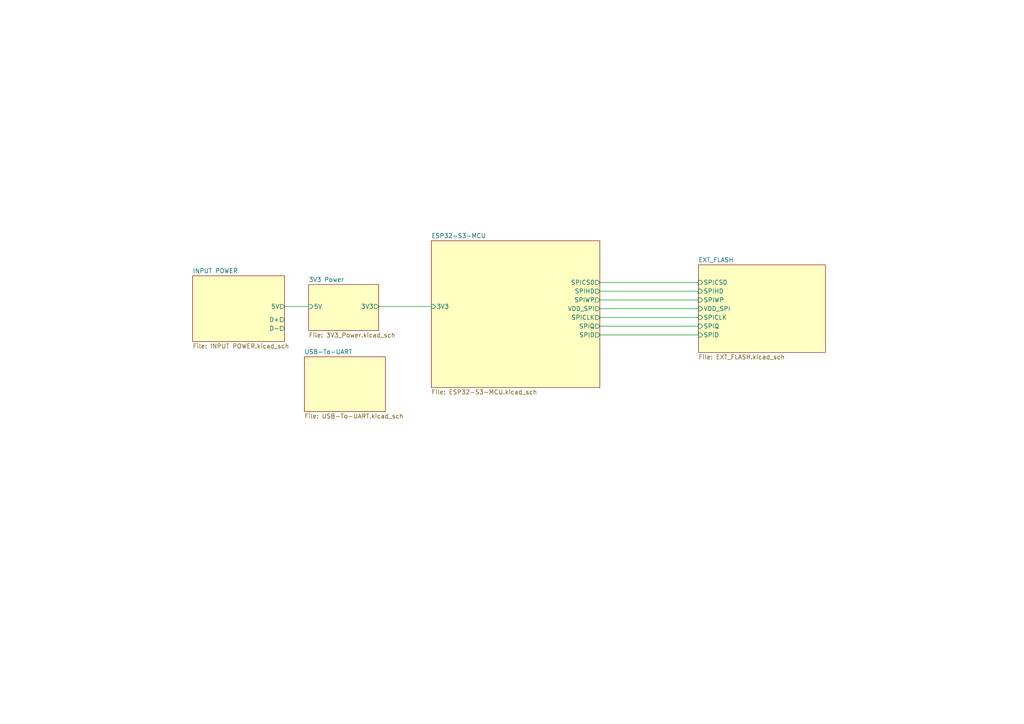
<source format=kicad_sch>
(kicad_sch (version 20230121) (generator eeschema)

  (uuid b7fc4bd3-c219-4455-832b-8d795385dcf1)

  (paper "A4")

  (lib_symbols
  )


  (wire (pts (xy 173.99 97.155) (xy 202.565 97.155))
    (stroke (width 0) (type default))
    (uuid 0ac66eb5-cc97-4bef-b398-2164a7e78e8a)
  )
  (wire (pts (xy 173.99 92.075) (xy 202.565 92.075))
    (stroke (width 0) (type default))
    (uuid 10d1058a-3755-4b42-831c-ad1b2cfb16d9)
  )
  (wire (pts (xy 173.99 94.615) (xy 202.565 94.615))
    (stroke (width 0) (type default))
    (uuid 4129a101-53fe-47f5-bd4e-1ae3635d959d)
  )
  (wire (pts (xy 173.99 86.995) (xy 202.565 86.995))
    (stroke (width 0) (type default))
    (uuid 6b951d6b-0f36-4fb3-9b14-cc2f6ac4494b)
  )
  (wire (pts (xy 173.99 89.535) (xy 202.565 89.535))
    (stroke (width 0) (type default))
    (uuid 7dc87896-482c-40cf-8576-c70b9c7b4f49)
  )
  (wire (pts (xy 173.99 84.455) (xy 202.565 84.455))
    (stroke (width 0) (type default))
    (uuid 8973a601-6c37-4326-8667-44dc7a4ec971)
  )
  (wire (pts (xy 82.55 88.9) (xy 89.535 88.9))
    (stroke (width 0) (type default))
    (uuid 8e3db5d9-c9c1-4c51-b9cc-2e6ce4377693)
  )
  (wire (pts (xy 173.99 81.915) (xy 202.565 81.915))
    (stroke (width 0) (type default))
    (uuid ac2dfdaf-8436-4bfe-9a41-a5955fc82b31)
  )
  (wire (pts (xy 109.855 88.9) (xy 125.095 88.9))
    (stroke (width 0) (type default))
    (uuid b80dee20-c4c2-419e-836e-4d616574e5ee)
  )

  (sheet (at 202.565 76.835) (size 36.83 25.4) (fields_autoplaced)
    (stroke (width 0.1524) (type solid))
    (fill (color 255 255 194 1.0000))
    (uuid 4fcab1f4-10cc-47e3-9bc8-be24b657a388)
    (property "Sheetname" "EXT_FLASH" (at 202.565 76.1234 0)
      (effects (font (size 1.27 1.27)) (justify left bottom))
    )
    (property "Sheetfile" "EXT_FLASH.kicad_sch" (at 202.565 102.8196 0)
      (effects (font (size 1.27 1.27)) (justify left top))
    )
    (pin "SPIHD" input (at 202.565 84.455 180)
      (effects (font (size 1.27 1.27)) (justify left))
      (uuid bdd39aa9-815a-44e9-b900-1f1b88c864ac)
    )
    (pin "SPIWP" input (at 202.565 86.995 180)
      (effects (font (size 1.27 1.27)) (justify left))
      (uuid 8756b69f-992f-4e6c-8e86-b07ac2825103)
    )
    (pin "VDD_SPI" input (at 202.565 89.535 180)
      (effects (font (size 1.27 1.27)) (justify left))
      (uuid fcef6166-6a0a-479d-be92-870628ea8302)
    )
    (pin "SPIQ" input (at 202.565 94.615 180)
      (effects (font (size 1.27 1.27)) (justify left))
      (uuid ed3e302f-cd0a-4821-9dbd-b2ca40d42459)
    )
    (pin "SPICLK" input (at 202.565 92.075 180)
      (effects (font (size 1.27 1.27)) (justify left))
      (uuid 3c986c88-7675-4947-8efd-e02b28127a17)
    )
    (pin "SPICS0" input (at 202.565 81.915 180)
      (effects (font (size 1.27 1.27)) (justify left))
      (uuid 6c2f6e4d-b9cf-4c00-ba00-98cee959ce89)
    )
    (pin "SPID" input (at 202.565 97.155 180)
      (effects (font (size 1.27 1.27)) (justify left))
      (uuid da2d5ba5-e88e-4e6b-8268-36e83e95dd8a)
    )
    (instances
      (project "ESP32-S3_DB"
        (path "/b7fc4bd3-c219-4455-832b-8d795385dcf1" (page "2"))
      )
    )
  )

  (sheet (at 55.88 80.01) (size 26.67 19.05) (fields_autoplaced)
    (stroke (width 0.1524) (type solid))
    (fill (color 255 255 194 1.0000))
    (uuid 95090a63-7b3c-4ea0-92b8-aeafe05264cd)
    (property "Sheetname" "INPUT POWER" (at 55.88 79.2984 0)
      (effects (font (size 1.27 1.27)) (justify left bottom))
    )
    (property "Sheetfile" "INPUT POWER.kicad_sch" (at 55.88 99.6446 0)
      (effects (font (size 1.27 1.27)) (justify left top))
    )
    (pin "D-" output (at 82.55 95.25 0)
      (effects (font (size 1.27 1.27)) (justify right))
      (uuid 7686d2dd-45f8-4d90-89dd-38c062f8df7d)
    )
    (pin "D+" output (at 82.55 92.71 0)
      (effects (font (size 1.27 1.27)) (justify right))
      (uuid 8f564a8b-0cb1-443c-8a64-ef848bb5e6ff)
    )
    (pin "5V" output (at 82.55 88.9 0)
      (effects (font (size 1.27 1.27)) (justify right))
      (uuid 550505c6-24f8-4921-8c7a-7347b7a2a264)
    )
    (instances
      (project "ESP32-S3_DB"
        (path "/b7fc4bd3-c219-4455-832b-8d795385dcf1" (page "5"))
      )
    )
  )

  (sheet (at 88.265 103.505) (size 23.495 15.875) (fields_autoplaced)
    (stroke (width 0.1524) (type solid))
    (fill (color 255 255 194 1.0000))
    (uuid bf189a9b-22e7-430e-8144-dc6e013a917d)
    (property "Sheetname" "USB-To-UART" (at 88.265 102.7934 0)
      (effects (font (size 1.27 1.27)) (justify left bottom))
    )
    (property "Sheetfile" "USB-To-UART.kicad_sch" (at 88.265 119.9646 0)
      (effects (font (size 1.27 1.27)) (justify left top))
    )
    (instances
      (project "ESP32-S3_DB"
        (path "/b7fc4bd3-c219-4455-832b-8d795385dcf1" (page "6"))
      )
    )
  )

  (sheet (at 125.095 69.85) (size 48.895 42.545) (fields_autoplaced)
    (stroke (width 0.1524) (type solid))
    (fill (color 255 255 194 1.0000))
    (uuid cd99bb00-fc75-4430-bf94-ba56f480f215)
    (property "Sheetname" "ESP32-S3-MCU" (at 125.095 69.1384 0)
      (effects (font (size 1.27 1.27)) (justify left bottom))
    )
    (property "Sheetfile" "ESP32-S3-MCU.kicad_sch" (at 125.095 112.9796 0)
      (effects (font (size 1.27 1.27)) (justify left top))
    )
    (pin "3V3" input (at 125.095 88.9 180)
      (effects (font (size 1.27 1.27)) (justify left))
      (uuid bbca8746-a2c3-4d1a-8c14-ac7cbc828cf2)
    )
    (pin "VDD_SPI" output (at 173.99 89.535 0)
      (effects (font (size 1.27 1.27)) (justify right))
      (uuid 76091f8d-175b-4653-8c92-2f16fdc2ea66)
    )
    (pin "SPIWP" output (at 173.99 86.995 0)
      (effects (font (size 1.27 1.27)) (justify right))
      (uuid b1605289-ff04-4a91-a880-31cd63e4b225)
    )
    (pin "SPIHD" output (at 173.99 84.455 0)
      (effects (font (size 1.27 1.27)) (justify right))
      (uuid 867f756c-6e5d-49ac-b0cd-0fda334bc84a)
    )
    (pin "SPICS0" output (at 173.99 81.915 0)
      (effects (font (size 1.27 1.27)) (justify right))
      (uuid 6635fa3f-c410-44ef-a664-ff4519a94612)
    )
    (pin "SPICLK" output (at 173.99 92.075 0)
      (effects (font (size 1.27 1.27)) (justify right))
      (uuid 6efcda7a-f5f1-4471-83d1-f0432ead7ccc)
    )
    (pin "SPIQ" output (at 173.99 94.615 0)
      (effects (font (size 1.27 1.27)) (justify right))
      (uuid dec91065-136c-41b8-b176-29926fb9a476)
    )
    (pin "SPID" output (at 173.99 97.155 0)
      (effects (font (size 1.27 1.27)) (justify right))
      (uuid 71a15c79-11d1-4fab-b567-f7e174c8d267)
    )
    (instances
      (project "ESP32-S3_DB"
        (path "/b7fc4bd3-c219-4455-832b-8d795385dcf1" (page "4"))
      )
    )
  )

  (sheet (at 89.535 82.55) (size 20.32 13.335) (fields_autoplaced)
    (stroke (width 0.1524) (type solid))
    (fill (color 255 255 194 1.0000))
    (uuid efdd6c4f-0b42-4473-ae3b-b7dbb76b2e75)
    (property "Sheetname" "3V3 Power" (at 89.535 81.8384 0)
      (effects (font (size 1.27 1.27)) (justify left bottom))
    )
    (property "Sheetfile" "3V3_Power.kicad_sch" (at 89.535 96.4696 0)
      (effects (font (size 1.27 1.27)) (justify left top))
    )
    (pin "3V3" output (at 109.855 88.9 0)
      (effects (font (size 1.27 1.27)) (justify right))
      (uuid 5166a786-41d5-4a72-a282-10b6b6ec8a8d)
    )
    (pin "5V" input (at 89.535 88.9 180)
      (effects (font (size 1.27 1.27)) (justify left))
      (uuid 059d9e93-0423-4dfb-967b-7a9d7392894f)
    )
    (instances
      (project "ESP32-S3_DB"
        (path "/b7fc4bd3-c219-4455-832b-8d795385dcf1" (page "3"))
      )
    )
  )

  (sheet_instances
    (path "/" (page "1"))
  )
)

</source>
